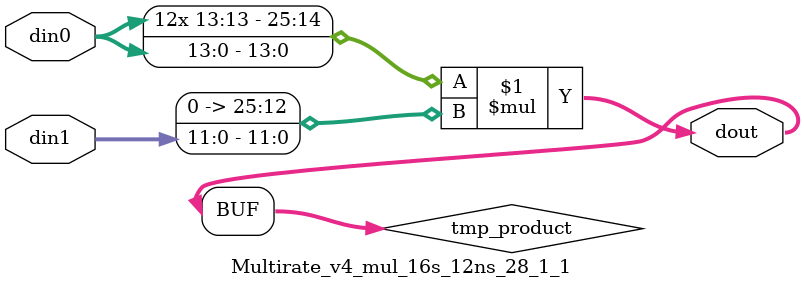
<source format=v>

`timescale 1 ns / 1 ps

 module Multirate_v4_mul_16s_12ns_28_1_1(din0, din1, dout);
parameter ID = 1;
parameter NUM_STAGE = 0;
parameter din0_WIDTH = 14;
parameter din1_WIDTH = 12;
parameter dout_WIDTH = 26;

input [din0_WIDTH - 1 : 0] din0; 
input [din1_WIDTH - 1 : 0] din1; 
output [dout_WIDTH - 1 : 0] dout;

wire signed [dout_WIDTH - 1 : 0] tmp_product;


























assign tmp_product = $signed(din0) * $signed({1'b0, din1});









assign dout = tmp_product;





















endmodule

</source>
